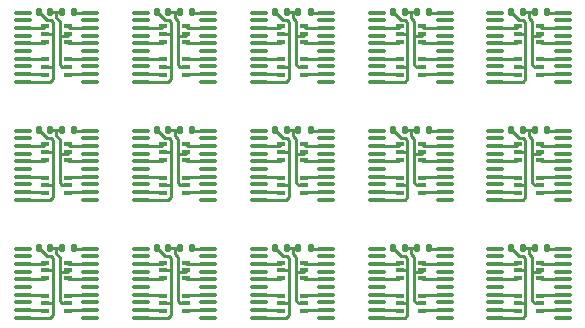
<source format=gbr>
%TF.GenerationSoftware,KiCad,Pcbnew,6.0.9*%
%TF.CreationDate,2023-01-31T22:29:55+01:00*%
%TF.ProjectId,hc245t-bypass-esd-panel,68633234-3574-42d6-9279-706173732d65,${revision}*%
%TF.SameCoordinates,Original*%
%TF.FileFunction,Copper,L1,Top*%
%TF.FilePolarity,Positive*%
%FSLAX46Y46*%
G04 Gerber Fmt 4.6, Leading zero omitted, Abs format (unit mm)*
G04 Created by KiCad (PCBNEW 6.0.9) date 2023-01-31 22:29:55*
%MOMM*%
%LPD*%
G01*
G04 APERTURE LIST*
G04 Aperture macros list*
%AMRoundRect*
0 Rectangle with rounded corners*
0 $1 Rounding radius*
0 $2 $3 $4 $5 $6 $7 $8 $9 X,Y pos of 4 corners*
0 Add a 4 corners polygon primitive as box body*
4,1,4,$2,$3,$4,$5,$6,$7,$8,$9,$2,$3,0*
0 Add four circle primitives for the rounded corners*
1,1,$1+$1,$2,$3*
1,1,$1+$1,$4,$5*
1,1,$1+$1,$6,$7*
1,1,$1+$1,$8,$9*
0 Add four rect primitives between the rounded corners*
20,1,$1+$1,$2,$3,$4,$5,0*
20,1,$1+$1,$4,$5,$6,$7,0*
20,1,$1+$1,$6,$7,$8,$9,0*
20,1,$1+$1,$8,$9,$2,$3,0*%
G04 Aperture macros list end*
%TA.AperFunction,SMDPad,CuDef*%
%ADD10RoundRect,0.140000X0.140000X0.170000X-0.140000X0.170000X-0.140000X-0.170000X0.140000X-0.170000X0*%
%TD*%
%TA.AperFunction,SMDPad,CuDef*%
%ADD11RoundRect,0.135000X0.135000X0.185000X-0.135000X0.185000X-0.135000X-0.185000X0.135000X-0.185000X0*%
%TD*%
%TA.AperFunction,SMDPad,CuDef*%
%ADD12R,0.650000X0.400000*%
%TD*%
%TA.AperFunction,ComponentPad*%
%ADD13RoundRect,0.100000X-0.637500X-0.100000X0.637500X-0.100000X0.637500X0.100000X-0.637500X0.100000X0*%
%TD*%
%TA.AperFunction,Conductor*%
%ADD14C,0.250000*%
%TD*%
G04 APERTURE END LIST*
D10*
%TO.P,C1,1*%
%TO.N,Net-(C1-Pad1)*%
X124480000Y-92000000D03*
%TO.P,C1,2*%
%TO.N,GND*%
X123520000Y-92000000D03*
%TD*%
D11*
%TO.P,R1,1*%
%TO.N,VCC*%
X136510000Y-92000000D03*
%TO.P,R1,2*%
%TO.N,Net-(C1-Pad1)*%
X135490000Y-92000000D03*
%TD*%
D10*
%TO.P,C1,1*%
%TO.N,Net-(C1-Pad1)*%
X114480000Y-92000000D03*
%TO.P,C1,2*%
%TO.N,GND*%
X113520000Y-92000000D03*
%TD*%
%TO.P,C1,1*%
%TO.N,Net-(C1-Pad1)*%
X134480000Y-82000000D03*
%TO.P,C1,2*%
%TO.N,GND*%
X133520000Y-82000000D03*
%TD*%
D12*
%TO.P,U3,1*%
%TO.N,/D5*%
X94050000Y-106050000D03*
%TO.P,U3,2*%
%TO.N,GND*%
X94050000Y-106700000D03*
%TO.P,U3,3*%
%TO.N,/D7*%
X94050000Y-107350000D03*
%TO.P,U3,4*%
%TO.N,/D6*%
X95950000Y-107350000D03*
%TO.P,U3,5*%
%TO.N,Net-(C1-Pad1)*%
X95950000Y-106700000D03*
%TO.P,U3,6*%
%TO.N,/D4*%
X95950000Y-106050000D03*
%TD*%
D11*
%TO.P,R1,1*%
%TO.N,VCC*%
X96510000Y-102000000D03*
%TO.P,R1,2*%
%TO.N,Net-(C1-Pad1)*%
X95490000Y-102000000D03*
%TD*%
%TO.P,R1,1*%
%TO.N,VCC*%
X116510000Y-82000000D03*
%TO.P,R1,2*%
%TO.N,Net-(C1-Pad1)*%
X115490000Y-82000000D03*
%TD*%
D13*
%TO.P,U1,1,A->B*%
%TO.N,unconnected-(U1-Pad1)*%
X102137500Y-82075000D03*
%TO.P,U1,2,A0*%
%TO.N,/D0*%
X102137500Y-82725000D03*
%TO.P,U1,3,A1*%
%TO.N,/D1*%
X102137500Y-83375000D03*
%TO.P,U1,4,A2*%
%TO.N,/D2*%
X102137500Y-84025000D03*
%TO.P,U1,5,A3*%
%TO.N,/D3*%
X102137500Y-84675000D03*
%TO.P,U1,6,A4*%
%TO.N,/D4*%
X102137500Y-85325000D03*
%TO.P,U1,7,A5*%
%TO.N,/D5*%
X102137500Y-85975000D03*
%TO.P,U1,8,A6*%
%TO.N,/D6*%
X102137500Y-86625000D03*
%TO.P,U1,9,A7*%
%TO.N,/D7*%
X102137500Y-87275000D03*
%TO.P,U1,10,GND*%
%TO.N,GND*%
X102137500Y-87925000D03*
%TO.P,U1,11,B7*%
%TO.N,/D7*%
X107862500Y-87925000D03*
%TO.P,U1,12,B6*%
%TO.N,/D6*%
X107862500Y-87275000D03*
%TO.P,U1,13,B5*%
%TO.N,/D5*%
X107862500Y-86625000D03*
%TO.P,U1,14,B4*%
%TO.N,/D4*%
X107862500Y-85975000D03*
%TO.P,U1,15,B3*%
%TO.N,/D3*%
X107862500Y-85325000D03*
%TO.P,U1,16,B2*%
%TO.N,/D2*%
X107862500Y-84675000D03*
%TO.P,U1,17,B1*%
%TO.N,/D1*%
X107862500Y-84025000D03*
%TO.P,U1,18,B0*%
%TO.N,/D0*%
X107862500Y-83375000D03*
%TO.P,U1,19,CE*%
%TO.N,unconnected-(U1-Pad19)*%
X107862500Y-82725000D03*
%TO.P,U1,20,VCC*%
%TO.N,VCC*%
X107862500Y-82075000D03*
%TD*%
D11*
%TO.P,R1,1*%
%TO.N,VCC*%
X136510000Y-102000000D03*
%TO.P,R1,2*%
%TO.N,Net-(C1-Pad1)*%
X135490000Y-102000000D03*
%TD*%
D13*
%TO.P,U1,1,A->B*%
%TO.N,unconnected-(U1-Pad1)*%
X102137500Y-102075000D03*
%TO.P,U1,2,A0*%
%TO.N,/D0*%
X102137500Y-102725000D03*
%TO.P,U1,3,A1*%
%TO.N,/D1*%
X102137500Y-103375000D03*
%TO.P,U1,4,A2*%
%TO.N,/D2*%
X102137500Y-104025000D03*
%TO.P,U1,5,A3*%
%TO.N,/D3*%
X102137500Y-104675000D03*
%TO.P,U1,6,A4*%
%TO.N,/D4*%
X102137500Y-105325000D03*
%TO.P,U1,7,A5*%
%TO.N,/D5*%
X102137500Y-105975000D03*
%TO.P,U1,8,A6*%
%TO.N,/D6*%
X102137500Y-106625000D03*
%TO.P,U1,9,A7*%
%TO.N,/D7*%
X102137500Y-107275000D03*
%TO.P,U1,10,GND*%
%TO.N,GND*%
X102137500Y-107925000D03*
%TO.P,U1,11,B7*%
%TO.N,/D7*%
X107862500Y-107925000D03*
%TO.P,U1,12,B6*%
%TO.N,/D6*%
X107862500Y-107275000D03*
%TO.P,U1,13,B5*%
%TO.N,/D5*%
X107862500Y-106625000D03*
%TO.P,U1,14,B4*%
%TO.N,/D4*%
X107862500Y-105975000D03*
%TO.P,U1,15,B3*%
%TO.N,/D3*%
X107862500Y-105325000D03*
%TO.P,U1,16,B2*%
%TO.N,/D2*%
X107862500Y-104675000D03*
%TO.P,U1,17,B1*%
%TO.N,/D1*%
X107862500Y-104025000D03*
%TO.P,U1,18,B0*%
%TO.N,/D0*%
X107862500Y-103375000D03*
%TO.P,U1,19,CE*%
%TO.N,unconnected-(U1-Pad19)*%
X107862500Y-102725000D03*
%TO.P,U1,20,VCC*%
%TO.N,VCC*%
X107862500Y-102075000D03*
%TD*%
%TO.P,U1,1,A->B*%
%TO.N,unconnected-(U1-Pad1)*%
X122137500Y-82075000D03*
%TO.P,U1,2,A0*%
%TO.N,/D0*%
X122137500Y-82725000D03*
%TO.P,U1,3,A1*%
%TO.N,/D1*%
X122137500Y-83375000D03*
%TO.P,U1,4,A2*%
%TO.N,/D2*%
X122137500Y-84025000D03*
%TO.P,U1,5,A3*%
%TO.N,/D3*%
X122137500Y-84675000D03*
%TO.P,U1,6,A4*%
%TO.N,/D4*%
X122137500Y-85325000D03*
%TO.P,U1,7,A5*%
%TO.N,/D5*%
X122137500Y-85975000D03*
%TO.P,U1,8,A6*%
%TO.N,/D6*%
X122137500Y-86625000D03*
%TO.P,U1,9,A7*%
%TO.N,/D7*%
X122137500Y-87275000D03*
%TO.P,U1,10,GND*%
%TO.N,GND*%
X122137500Y-87925000D03*
%TO.P,U1,11,B7*%
%TO.N,/D7*%
X127862500Y-87925000D03*
%TO.P,U1,12,B6*%
%TO.N,/D6*%
X127862500Y-87275000D03*
%TO.P,U1,13,B5*%
%TO.N,/D5*%
X127862500Y-86625000D03*
%TO.P,U1,14,B4*%
%TO.N,/D4*%
X127862500Y-85975000D03*
%TO.P,U1,15,B3*%
%TO.N,/D3*%
X127862500Y-85325000D03*
%TO.P,U1,16,B2*%
%TO.N,/D2*%
X127862500Y-84675000D03*
%TO.P,U1,17,B1*%
%TO.N,/D1*%
X127862500Y-84025000D03*
%TO.P,U1,18,B0*%
%TO.N,/D0*%
X127862500Y-83375000D03*
%TO.P,U1,19,CE*%
%TO.N,unconnected-(U1-Pad19)*%
X127862500Y-82725000D03*
%TO.P,U1,20,VCC*%
%TO.N,VCC*%
X127862500Y-82075000D03*
%TD*%
D12*
%TO.P,U3,1*%
%TO.N,/D5*%
X94050000Y-86050000D03*
%TO.P,U3,2*%
%TO.N,GND*%
X94050000Y-86700000D03*
%TO.P,U3,3*%
%TO.N,/D7*%
X94050000Y-87350000D03*
%TO.P,U3,4*%
%TO.N,/D6*%
X95950000Y-87350000D03*
%TO.P,U3,5*%
%TO.N,Net-(C1-Pad1)*%
X95950000Y-86700000D03*
%TO.P,U3,6*%
%TO.N,/D4*%
X95950000Y-86050000D03*
%TD*%
D10*
%TO.P,C1,1*%
%TO.N,Net-(C1-Pad1)*%
X104480000Y-92000000D03*
%TO.P,C1,2*%
%TO.N,GND*%
X103520000Y-92000000D03*
%TD*%
%TO.P,C1,1*%
%TO.N,Net-(C1-Pad1)*%
X124480000Y-82000000D03*
%TO.P,C1,2*%
%TO.N,GND*%
X123520000Y-82000000D03*
%TD*%
D12*
%TO.P,U3,1*%
%TO.N,/D5*%
X104050000Y-106050000D03*
%TO.P,U3,2*%
%TO.N,GND*%
X104050000Y-106700000D03*
%TO.P,U3,3*%
%TO.N,/D7*%
X104050000Y-107350000D03*
%TO.P,U3,4*%
%TO.N,/D6*%
X105950000Y-107350000D03*
%TO.P,U3,5*%
%TO.N,Net-(C1-Pad1)*%
X105950000Y-106700000D03*
%TO.P,U3,6*%
%TO.N,/D4*%
X105950000Y-106050000D03*
%TD*%
D11*
%TO.P,R1,1*%
%TO.N,VCC*%
X96510000Y-82000000D03*
%TO.P,R1,2*%
%TO.N,Net-(C1-Pad1)*%
X95490000Y-82000000D03*
%TD*%
D13*
%TO.P,U1,1,A->B*%
%TO.N,unconnected-(U1-Pad1)*%
X92137500Y-82075000D03*
%TO.P,U1,2,A0*%
%TO.N,/D0*%
X92137500Y-82725000D03*
%TO.P,U1,3,A1*%
%TO.N,/D1*%
X92137500Y-83375000D03*
%TO.P,U1,4,A2*%
%TO.N,/D2*%
X92137500Y-84025000D03*
%TO.P,U1,5,A3*%
%TO.N,/D3*%
X92137500Y-84675000D03*
%TO.P,U1,6,A4*%
%TO.N,/D4*%
X92137500Y-85325000D03*
%TO.P,U1,7,A5*%
%TO.N,/D5*%
X92137500Y-85975000D03*
%TO.P,U1,8,A6*%
%TO.N,/D6*%
X92137500Y-86625000D03*
%TO.P,U1,9,A7*%
%TO.N,/D7*%
X92137500Y-87275000D03*
%TO.P,U1,10,GND*%
%TO.N,GND*%
X92137500Y-87925000D03*
%TO.P,U1,11,B7*%
%TO.N,/D7*%
X97862500Y-87925000D03*
%TO.P,U1,12,B6*%
%TO.N,/D6*%
X97862500Y-87275000D03*
%TO.P,U1,13,B5*%
%TO.N,/D5*%
X97862500Y-86625000D03*
%TO.P,U1,14,B4*%
%TO.N,/D4*%
X97862500Y-85975000D03*
%TO.P,U1,15,B3*%
%TO.N,/D3*%
X97862500Y-85325000D03*
%TO.P,U1,16,B2*%
%TO.N,/D2*%
X97862500Y-84675000D03*
%TO.P,U1,17,B1*%
%TO.N,/D1*%
X97862500Y-84025000D03*
%TO.P,U1,18,B0*%
%TO.N,/D0*%
X97862500Y-83375000D03*
%TO.P,U1,19,CE*%
%TO.N,unconnected-(U1-Pad19)*%
X97862500Y-82725000D03*
%TO.P,U1,20,VCC*%
%TO.N,VCC*%
X97862500Y-82075000D03*
%TD*%
D12*
%TO.P,U2,1*%
%TO.N,/D1*%
X124050000Y-83250000D03*
%TO.P,U2,2*%
%TO.N,GND*%
X124050000Y-83900000D03*
%TO.P,U2,3*%
%TO.N,/D3*%
X124050000Y-84550000D03*
%TO.P,U2,4*%
%TO.N,/D2*%
X125950000Y-84550000D03*
%TO.P,U2,5*%
%TO.N,Net-(C1-Pad1)*%
X125950000Y-83900000D03*
%TO.P,U2,6*%
%TO.N,/D0*%
X125950000Y-83250000D03*
%TD*%
D10*
%TO.P,C1,1*%
%TO.N,Net-(C1-Pad1)*%
X114480000Y-82000000D03*
%TO.P,C1,2*%
%TO.N,GND*%
X113520000Y-82000000D03*
%TD*%
D12*
%TO.P,U2,1*%
%TO.N,/D1*%
X114050000Y-93250000D03*
%TO.P,U2,2*%
%TO.N,GND*%
X114050000Y-93900000D03*
%TO.P,U2,3*%
%TO.N,/D3*%
X114050000Y-94550000D03*
%TO.P,U2,4*%
%TO.N,/D2*%
X115950000Y-94550000D03*
%TO.P,U2,5*%
%TO.N,Net-(C1-Pad1)*%
X115950000Y-93900000D03*
%TO.P,U2,6*%
%TO.N,/D0*%
X115950000Y-93250000D03*
%TD*%
%TO.P,U3,1*%
%TO.N,/D5*%
X104050000Y-96050000D03*
%TO.P,U3,2*%
%TO.N,GND*%
X104050000Y-96700000D03*
%TO.P,U3,3*%
%TO.N,/D7*%
X104050000Y-97350000D03*
%TO.P,U3,4*%
%TO.N,/D6*%
X105950000Y-97350000D03*
%TO.P,U3,5*%
%TO.N,Net-(C1-Pad1)*%
X105950000Y-96700000D03*
%TO.P,U3,6*%
%TO.N,/D4*%
X105950000Y-96050000D03*
%TD*%
%TO.P,U3,1*%
%TO.N,/D5*%
X124050000Y-106050000D03*
%TO.P,U3,2*%
%TO.N,GND*%
X124050000Y-106700000D03*
%TO.P,U3,3*%
%TO.N,/D7*%
X124050000Y-107350000D03*
%TO.P,U3,4*%
%TO.N,/D6*%
X125950000Y-107350000D03*
%TO.P,U3,5*%
%TO.N,Net-(C1-Pad1)*%
X125950000Y-106700000D03*
%TO.P,U3,6*%
%TO.N,/D4*%
X125950000Y-106050000D03*
%TD*%
D10*
%TO.P,C1,1*%
%TO.N,Net-(C1-Pad1)*%
X124480000Y-102000000D03*
%TO.P,C1,2*%
%TO.N,GND*%
X123520000Y-102000000D03*
%TD*%
D11*
%TO.P,R1,1*%
%TO.N,VCC*%
X136510000Y-82000000D03*
%TO.P,R1,2*%
%TO.N,Net-(C1-Pad1)*%
X135490000Y-82000000D03*
%TD*%
D12*
%TO.P,U3,1*%
%TO.N,/D5*%
X134050000Y-96050000D03*
%TO.P,U3,2*%
%TO.N,GND*%
X134050000Y-96700000D03*
%TO.P,U3,3*%
%TO.N,/D7*%
X134050000Y-97350000D03*
%TO.P,U3,4*%
%TO.N,/D6*%
X135950000Y-97350000D03*
%TO.P,U3,5*%
%TO.N,Net-(C1-Pad1)*%
X135950000Y-96700000D03*
%TO.P,U3,6*%
%TO.N,/D4*%
X135950000Y-96050000D03*
%TD*%
D10*
%TO.P,C1,1*%
%TO.N,Net-(C1-Pad1)*%
X94480000Y-92000000D03*
%TO.P,C1,2*%
%TO.N,GND*%
X93520000Y-92000000D03*
%TD*%
D13*
%TO.P,U1,1,A->B*%
%TO.N,unconnected-(U1-Pad1)*%
X112137500Y-82075000D03*
%TO.P,U1,2,A0*%
%TO.N,/D0*%
X112137500Y-82725000D03*
%TO.P,U1,3,A1*%
%TO.N,/D1*%
X112137500Y-83375000D03*
%TO.P,U1,4,A2*%
%TO.N,/D2*%
X112137500Y-84025000D03*
%TO.P,U1,5,A3*%
%TO.N,/D3*%
X112137500Y-84675000D03*
%TO.P,U1,6,A4*%
%TO.N,/D4*%
X112137500Y-85325000D03*
%TO.P,U1,7,A5*%
%TO.N,/D5*%
X112137500Y-85975000D03*
%TO.P,U1,8,A6*%
%TO.N,/D6*%
X112137500Y-86625000D03*
%TO.P,U1,9,A7*%
%TO.N,/D7*%
X112137500Y-87275000D03*
%TO.P,U1,10,GND*%
%TO.N,GND*%
X112137500Y-87925000D03*
%TO.P,U1,11,B7*%
%TO.N,/D7*%
X117862500Y-87925000D03*
%TO.P,U1,12,B6*%
%TO.N,/D6*%
X117862500Y-87275000D03*
%TO.P,U1,13,B5*%
%TO.N,/D5*%
X117862500Y-86625000D03*
%TO.P,U1,14,B4*%
%TO.N,/D4*%
X117862500Y-85975000D03*
%TO.P,U1,15,B3*%
%TO.N,/D3*%
X117862500Y-85325000D03*
%TO.P,U1,16,B2*%
%TO.N,/D2*%
X117862500Y-84675000D03*
%TO.P,U1,17,B1*%
%TO.N,/D1*%
X117862500Y-84025000D03*
%TO.P,U1,18,B0*%
%TO.N,/D0*%
X117862500Y-83375000D03*
%TO.P,U1,19,CE*%
%TO.N,unconnected-(U1-Pad19)*%
X117862500Y-82725000D03*
%TO.P,U1,20,VCC*%
%TO.N,VCC*%
X117862500Y-82075000D03*
%TD*%
D10*
%TO.P,C1,1*%
%TO.N,Net-(C1-Pad1)*%
X104480000Y-82000000D03*
%TO.P,C1,2*%
%TO.N,GND*%
X103520000Y-82000000D03*
%TD*%
D12*
%TO.P,U3,1*%
%TO.N,/D5*%
X124050000Y-86050000D03*
%TO.P,U3,2*%
%TO.N,GND*%
X124050000Y-86700000D03*
%TO.P,U3,3*%
%TO.N,/D7*%
X124050000Y-87350000D03*
%TO.P,U3,4*%
%TO.N,/D6*%
X125950000Y-87350000D03*
%TO.P,U3,5*%
%TO.N,Net-(C1-Pad1)*%
X125950000Y-86700000D03*
%TO.P,U3,6*%
%TO.N,/D4*%
X125950000Y-86050000D03*
%TD*%
D13*
%TO.P,U1,1,A->B*%
%TO.N,unconnected-(U1-Pad1)*%
X92137500Y-92075000D03*
%TO.P,U1,2,A0*%
%TO.N,/D0*%
X92137500Y-92725000D03*
%TO.P,U1,3,A1*%
%TO.N,/D1*%
X92137500Y-93375000D03*
%TO.P,U1,4,A2*%
%TO.N,/D2*%
X92137500Y-94025000D03*
%TO.P,U1,5,A3*%
%TO.N,/D3*%
X92137500Y-94675000D03*
%TO.P,U1,6,A4*%
%TO.N,/D4*%
X92137500Y-95325000D03*
%TO.P,U1,7,A5*%
%TO.N,/D5*%
X92137500Y-95975000D03*
%TO.P,U1,8,A6*%
%TO.N,/D6*%
X92137500Y-96625000D03*
%TO.P,U1,9,A7*%
%TO.N,/D7*%
X92137500Y-97275000D03*
%TO.P,U1,10,GND*%
%TO.N,GND*%
X92137500Y-97925000D03*
%TO.P,U1,11,B7*%
%TO.N,/D7*%
X97862500Y-97925000D03*
%TO.P,U1,12,B6*%
%TO.N,/D6*%
X97862500Y-97275000D03*
%TO.P,U1,13,B5*%
%TO.N,/D5*%
X97862500Y-96625000D03*
%TO.P,U1,14,B4*%
%TO.N,/D4*%
X97862500Y-95975000D03*
%TO.P,U1,15,B3*%
%TO.N,/D3*%
X97862500Y-95325000D03*
%TO.P,U1,16,B2*%
%TO.N,/D2*%
X97862500Y-94675000D03*
%TO.P,U1,17,B1*%
%TO.N,/D1*%
X97862500Y-94025000D03*
%TO.P,U1,18,B0*%
%TO.N,/D0*%
X97862500Y-93375000D03*
%TO.P,U1,19,CE*%
%TO.N,unconnected-(U1-Pad19)*%
X97862500Y-92725000D03*
%TO.P,U1,20,VCC*%
%TO.N,VCC*%
X97862500Y-92075000D03*
%TD*%
D12*
%TO.P,U3,1*%
%TO.N,/D5*%
X94050000Y-96050000D03*
%TO.P,U3,2*%
%TO.N,GND*%
X94050000Y-96700000D03*
%TO.P,U3,3*%
%TO.N,/D7*%
X94050000Y-97350000D03*
%TO.P,U3,4*%
%TO.N,/D6*%
X95950000Y-97350000D03*
%TO.P,U3,5*%
%TO.N,Net-(C1-Pad1)*%
X95950000Y-96700000D03*
%TO.P,U3,6*%
%TO.N,/D4*%
X95950000Y-96050000D03*
%TD*%
%TO.P,U2,1*%
%TO.N,/D1*%
X134050000Y-93250000D03*
%TO.P,U2,2*%
%TO.N,GND*%
X134050000Y-93900000D03*
%TO.P,U2,3*%
%TO.N,/D3*%
X134050000Y-94550000D03*
%TO.P,U2,4*%
%TO.N,/D2*%
X135950000Y-94550000D03*
%TO.P,U2,5*%
%TO.N,Net-(C1-Pad1)*%
X135950000Y-93900000D03*
%TO.P,U2,6*%
%TO.N,/D0*%
X135950000Y-93250000D03*
%TD*%
D13*
%TO.P,U1,1,A->B*%
%TO.N,unconnected-(U1-Pad1)*%
X112137500Y-102075000D03*
%TO.P,U1,2,A0*%
%TO.N,/D0*%
X112137500Y-102725000D03*
%TO.P,U1,3,A1*%
%TO.N,/D1*%
X112137500Y-103375000D03*
%TO.P,U1,4,A2*%
%TO.N,/D2*%
X112137500Y-104025000D03*
%TO.P,U1,5,A3*%
%TO.N,/D3*%
X112137500Y-104675000D03*
%TO.P,U1,6,A4*%
%TO.N,/D4*%
X112137500Y-105325000D03*
%TO.P,U1,7,A5*%
%TO.N,/D5*%
X112137500Y-105975000D03*
%TO.P,U1,8,A6*%
%TO.N,/D6*%
X112137500Y-106625000D03*
%TO.P,U1,9,A7*%
%TO.N,/D7*%
X112137500Y-107275000D03*
%TO.P,U1,10,GND*%
%TO.N,GND*%
X112137500Y-107925000D03*
%TO.P,U1,11,B7*%
%TO.N,/D7*%
X117862500Y-107925000D03*
%TO.P,U1,12,B6*%
%TO.N,/D6*%
X117862500Y-107275000D03*
%TO.P,U1,13,B5*%
%TO.N,/D5*%
X117862500Y-106625000D03*
%TO.P,U1,14,B4*%
%TO.N,/D4*%
X117862500Y-105975000D03*
%TO.P,U1,15,B3*%
%TO.N,/D3*%
X117862500Y-105325000D03*
%TO.P,U1,16,B2*%
%TO.N,/D2*%
X117862500Y-104675000D03*
%TO.P,U1,17,B1*%
%TO.N,/D1*%
X117862500Y-104025000D03*
%TO.P,U1,18,B0*%
%TO.N,/D0*%
X117862500Y-103375000D03*
%TO.P,U1,19,CE*%
%TO.N,unconnected-(U1-Pad19)*%
X117862500Y-102725000D03*
%TO.P,U1,20,VCC*%
%TO.N,VCC*%
X117862500Y-102075000D03*
%TD*%
D11*
%TO.P,R1,1*%
%TO.N,VCC*%
X106510000Y-92000000D03*
%TO.P,R1,2*%
%TO.N,Net-(C1-Pad1)*%
X105490000Y-92000000D03*
%TD*%
%TO.P,R1,1*%
%TO.N,VCC*%
X96510000Y-92000000D03*
%TO.P,R1,2*%
%TO.N,Net-(C1-Pad1)*%
X95490000Y-92000000D03*
%TD*%
D12*
%TO.P,U2,1*%
%TO.N,/D1*%
X94050000Y-103250000D03*
%TO.P,U2,2*%
%TO.N,GND*%
X94050000Y-103900000D03*
%TO.P,U2,3*%
%TO.N,/D3*%
X94050000Y-104550000D03*
%TO.P,U2,4*%
%TO.N,/D2*%
X95950000Y-104550000D03*
%TO.P,U2,5*%
%TO.N,Net-(C1-Pad1)*%
X95950000Y-103900000D03*
%TO.P,U2,6*%
%TO.N,/D0*%
X95950000Y-103250000D03*
%TD*%
%TO.P,U2,1*%
%TO.N,/D1*%
X114050000Y-83250000D03*
%TO.P,U2,2*%
%TO.N,GND*%
X114050000Y-83900000D03*
%TO.P,U2,3*%
%TO.N,/D3*%
X114050000Y-84550000D03*
%TO.P,U2,4*%
%TO.N,/D2*%
X115950000Y-84550000D03*
%TO.P,U2,5*%
%TO.N,Net-(C1-Pad1)*%
X115950000Y-83900000D03*
%TO.P,U2,6*%
%TO.N,/D0*%
X115950000Y-83250000D03*
%TD*%
D10*
%TO.P,C1,1*%
%TO.N,Net-(C1-Pad1)*%
X94480000Y-102000000D03*
%TO.P,C1,2*%
%TO.N,GND*%
X93520000Y-102000000D03*
%TD*%
D12*
%TO.P,U3,1*%
%TO.N,/D5*%
X104050000Y-86050000D03*
%TO.P,U3,2*%
%TO.N,GND*%
X104050000Y-86700000D03*
%TO.P,U3,3*%
%TO.N,/D7*%
X104050000Y-87350000D03*
%TO.P,U3,4*%
%TO.N,/D6*%
X105950000Y-87350000D03*
%TO.P,U3,5*%
%TO.N,Net-(C1-Pad1)*%
X105950000Y-86700000D03*
%TO.P,U3,6*%
%TO.N,/D4*%
X105950000Y-86050000D03*
%TD*%
D11*
%TO.P,R1,1*%
%TO.N,VCC*%
X106510000Y-82000000D03*
%TO.P,R1,2*%
%TO.N,Net-(C1-Pad1)*%
X105490000Y-82000000D03*
%TD*%
D10*
%TO.P,C1,1*%
%TO.N,Net-(C1-Pad1)*%
X134480000Y-92000000D03*
%TO.P,C1,2*%
%TO.N,GND*%
X133520000Y-92000000D03*
%TD*%
D12*
%TO.P,U3,1*%
%TO.N,/D5*%
X134050000Y-86050000D03*
%TO.P,U3,2*%
%TO.N,GND*%
X134050000Y-86700000D03*
%TO.P,U3,3*%
%TO.N,/D7*%
X134050000Y-87350000D03*
%TO.P,U3,4*%
%TO.N,/D6*%
X135950000Y-87350000D03*
%TO.P,U3,5*%
%TO.N,Net-(C1-Pad1)*%
X135950000Y-86700000D03*
%TO.P,U3,6*%
%TO.N,/D4*%
X135950000Y-86050000D03*
%TD*%
D11*
%TO.P,R1,1*%
%TO.N,VCC*%
X126510000Y-102000000D03*
%TO.P,R1,2*%
%TO.N,Net-(C1-Pad1)*%
X125490000Y-102000000D03*
%TD*%
D12*
%TO.P,U3,1*%
%TO.N,/D5*%
X124050000Y-96050000D03*
%TO.P,U3,2*%
%TO.N,GND*%
X124050000Y-96700000D03*
%TO.P,U3,3*%
%TO.N,/D7*%
X124050000Y-97350000D03*
%TO.P,U3,4*%
%TO.N,/D6*%
X125950000Y-97350000D03*
%TO.P,U3,5*%
%TO.N,Net-(C1-Pad1)*%
X125950000Y-96700000D03*
%TO.P,U3,6*%
%TO.N,/D4*%
X125950000Y-96050000D03*
%TD*%
D11*
%TO.P,R1,1*%
%TO.N,VCC*%
X106510000Y-102000000D03*
%TO.P,R1,2*%
%TO.N,Net-(C1-Pad1)*%
X105490000Y-102000000D03*
%TD*%
%TO.P,R1,1*%
%TO.N,VCC*%
X126510000Y-92000000D03*
%TO.P,R1,2*%
%TO.N,Net-(C1-Pad1)*%
X125490000Y-92000000D03*
%TD*%
D10*
%TO.P,C1,1*%
%TO.N,Net-(C1-Pad1)*%
X104480000Y-102000000D03*
%TO.P,C1,2*%
%TO.N,GND*%
X103520000Y-102000000D03*
%TD*%
%TO.P,C1,1*%
%TO.N,Net-(C1-Pad1)*%
X134480000Y-102000000D03*
%TO.P,C1,2*%
%TO.N,GND*%
X133520000Y-102000000D03*
%TD*%
D12*
%TO.P,U2,1*%
%TO.N,/D1*%
X104050000Y-83250000D03*
%TO.P,U2,2*%
%TO.N,GND*%
X104050000Y-83900000D03*
%TO.P,U2,3*%
%TO.N,/D3*%
X104050000Y-84550000D03*
%TO.P,U2,4*%
%TO.N,/D2*%
X105950000Y-84550000D03*
%TO.P,U2,5*%
%TO.N,Net-(C1-Pad1)*%
X105950000Y-83900000D03*
%TO.P,U2,6*%
%TO.N,/D0*%
X105950000Y-83250000D03*
%TD*%
D13*
%TO.P,U1,1,A->B*%
%TO.N,unconnected-(U1-Pad1)*%
X132137500Y-92075000D03*
%TO.P,U1,2,A0*%
%TO.N,/D0*%
X132137500Y-92725000D03*
%TO.P,U1,3,A1*%
%TO.N,/D1*%
X132137500Y-93375000D03*
%TO.P,U1,4,A2*%
%TO.N,/D2*%
X132137500Y-94025000D03*
%TO.P,U1,5,A3*%
%TO.N,/D3*%
X132137500Y-94675000D03*
%TO.P,U1,6,A4*%
%TO.N,/D4*%
X132137500Y-95325000D03*
%TO.P,U1,7,A5*%
%TO.N,/D5*%
X132137500Y-95975000D03*
%TO.P,U1,8,A6*%
%TO.N,/D6*%
X132137500Y-96625000D03*
%TO.P,U1,9,A7*%
%TO.N,/D7*%
X132137500Y-97275000D03*
%TO.P,U1,10,GND*%
%TO.N,GND*%
X132137500Y-97925000D03*
%TO.P,U1,11,B7*%
%TO.N,/D7*%
X137862500Y-97925000D03*
%TO.P,U1,12,B6*%
%TO.N,/D6*%
X137862500Y-97275000D03*
%TO.P,U1,13,B5*%
%TO.N,/D5*%
X137862500Y-96625000D03*
%TO.P,U1,14,B4*%
%TO.N,/D4*%
X137862500Y-95975000D03*
%TO.P,U1,15,B3*%
%TO.N,/D3*%
X137862500Y-95325000D03*
%TO.P,U1,16,B2*%
%TO.N,/D2*%
X137862500Y-94675000D03*
%TO.P,U1,17,B1*%
%TO.N,/D1*%
X137862500Y-94025000D03*
%TO.P,U1,18,B0*%
%TO.N,/D0*%
X137862500Y-93375000D03*
%TO.P,U1,19,CE*%
%TO.N,unconnected-(U1-Pad19)*%
X137862500Y-92725000D03*
%TO.P,U1,20,VCC*%
%TO.N,VCC*%
X137862500Y-92075000D03*
%TD*%
D11*
%TO.P,R1,1*%
%TO.N,VCC*%
X116510000Y-92000000D03*
%TO.P,R1,2*%
%TO.N,Net-(C1-Pad1)*%
X115490000Y-92000000D03*
%TD*%
D12*
%TO.P,U2,1*%
%TO.N,/D1*%
X94050000Y-93250000D03*
%TO.P,U2,2*%
%TO.N,GND*%
X94050000Y-93900000D03*
%TO.P,U2,3*%
%TO.N,/D3*%
X94050000Y-94550000D03*
%TO.P,U2,4*%
%TO.N,/D2*%
X95950000Y-94550000D03*
%TO.P,U2,5*%
%TO.N,Net-(C1-Pad1)*%
X95950000Y-93900000D03*
%TO.P,U2,6*%
%TO.N,/D0*%
X95950000Y-93250000D03*
%TD*%
%TO.P,U2,1*%
%TO.N,/D1*%
X124050000Y-93250000D03*
%TO.P,U2,2*%
%TO.N,GND*%
X124050000Y-93900000D03*
%TO.P,U2,3*%
%TO.N,/D3*%
X124050000Y-94550000D03*
%TO.P,U2,4*%
%TO.N,/D2*%
X125950000Y-94550000D03*
%TO.P,U2,5*%
%TO.N,Net-(C1-Pad1)*%
X125950000Y-93900000D03*
%TO.P,U2,6*%
%TO.N,/D0*%
X125950000Y-93250000D03*
%TD*%
%TO.P,U2,1*%
%TO.N,/D1*%
X114050000Y-103250000D03*
%TO.P,U2,2*%
%TO.N,GND*%
X114050000Y-103900000D03*
%TO.P,U2,3*%
%TO.N,/D3*%
X114050000Y-104550000D03*
%TO.P,U2,4*%
%TO.N,/D2*%
X115950000Y-104550000D03*
%TO.P,U2,5*%
%TO.N,Net-(C1-Pad1)*%
X115950000Y-103900000D03*
%TO.P,U2,6*%
%TO.N,/D0*%
X115950000Y-103250000D03*
%TD*%
%TO.P,U2,1*%
%TO.N,/D1*%
X94050000Y-83250000D03*
%TO.P,U2,2*%
%TO.N,GND*%
X94050000Y-83900000D03*
%TO.P,U2,3*%
%TO.N,/D3*%
X94050000Y-84550000D03*
%TO.P,U2,4*%
%TO.N,/D2*%
X95950000Y-84550000D03*
%TO.P,U2,5*%
%TO.N,Net-(C1-Pad1)*%
X95950000Y-83900000D03*
%TO.P,U2,6*%
%TO.N,/D0*%
X95950000Y-83250000D03*
%TD*%
D13*
%TO.P,U1,1,A->B*%
%TO.N,unconnected-(U1-Pad1)*%
X132137500Y-102075000D03*
%TO.P,U1,2,A0*%
%TO.N,/D0*%
X132137500Y-102725000D03*
%TO.P,U1,3,A1*%
%TO.N,/D1*%
X132137500Y-103375000D03*
%TO.P,U1,4,A2*%
%TO.N,/D2*%
X132137500Y-104025000D03*
%TO.P,U1,5,A3*%
%TO.N,/D3*%
X132137500Y-104675000D03*
%TO.P,U1,6,A4*%
%TO.N,/D4*%
X132137500Y-105325000D03*
%TO.P,U1,7,A5*%
%TO.N,/D5*%
X132137500Y-105975000D03*
%TO.P,U1,8,A6*%
%TO.N,/D6*%
X132137500Y-106625000D03*
%TO.P,U1,9,A7*%
%TO.N,/D7*%
X132137500Y-107275000D03*
%TO.P,U1,10,GND*%
%TO.N,GND*%
X132137500Y-107925000D03*
%TO.P,U1,11,B7*%
%TO.N,/D7*%
X137862500Y-107925000D03*
%TO.P,U1,12,B6*%
%TO.N,/D6*%
X137862500Y-107275000D03*
%TO.P,U1,13,B5*%
%TO.N,/D5*%
X137862500Y-106625000D03*
%TO.P,U1,14,B4*%
%TO.N,/D4*%
X137862500Y-105975000D03*
%TO.P,U1,15,B3*%
%TO.N,/D3*%
X137862500Y-105325000D03*
%TO.P,U1,16,B2*%
%TO.N,/D2*%
X137862500Y-104675000D03*
%TO.P,U1,17,B1*%
%TO.N,/D1*%
X137862500Y-104025000D03*
%TO.P,U1,18,B0*%
%TO.N,/D0*%
X137862500Y-103375000D03*
%TO.P,U1,19,CE*%
%TO.N,unconnected-(U1-Pad19)*%
X137862500Y-102725000D03*
%TO.P,U1,20,VCC*%
%TO.N,VCC*%
X137862500Y-102075000D03*
%TD*%
%TO.P,U1,1,A->B*%
%TO.N,unconnected-(U1-Pad1)*%
X122137500Y-102075000D03*
%TO.P,U1,2,A0*%
%TO.N,/D0*%
X122137500Y-102725000D03*
%TO.P,U1,3,A1*%
%TO.N,/D1*%
X122137500Y-103375000D03*
%TO.P,U1,4,A2*%
%TO.N,/D2*%
X122137500Y-104025000D03*
%TO.P,U1,5,A3*%
%TO.N,/D3*%
X122137500Y-104675000D03*
%TO.P,U1,6,A4*%
%TO.N,/D4*%
X122137500Y-105325000D03*
%TO.P,U1,7,A5*%
%TO.N,/D5*%
X122137500Y-105975000D03*
%TO.P,U1,8,A6*%
%TO.N,/D6*%
X122137500Y-106625000D03*
%TO.P,U1,9,A7*%
%TO.N,/D7*%
X122137500Y-107275000D03*
%TO.P,U1,10,GND*%
%TO.N,GND*%
X122137500Y-107925000D03*
%TO.P,U1,11,B7*%
%TO.N,/D7*%
X127862500Y-107925000D03*
%TO.P,U1,12,B6*%
%TO.N,/D6*%
X127862500Y-107275000D03*
%TO.P,U1,13,B5*%
%TO.N,/D5*%
X127862500Y-106625000D03*
%TO.P,U1,14,B4*%
%TO.N,/D4*%
X127862500Y-105975000D03*
%TO.P,U1,15,B3*%
%TO.N,/D3*%
X127862500Y-105325000D03*
%TO.P,U1,16,B2*%
%TO.N,/D2*%
X127862500Y-104675000D03*
%TO.P,U1,17,B1*%
%TO.N,/D1*%
X127862500Y-104025000D03*
%TO.P,U1,18,B0*%
%TO.N,/D0*%
X127862500Y-103375000D03*
%TO.P,U1,19,CE*%
%TO.N,unconnected-(U1-Pad19)*%
X127862500Y-102725000D03*
%TO.P,U1,20,VCC*%
%TO.N,VCC*%
X127862500Y-102075000D03*
%TD*%
%TO.P,U1,1,A->B*%
%TO.N,unconnected-(U1-Pad1)*%
X122137500Y-92075000D03*
%TO.P,U1,2,A0*%
%TO.N,/D0*%
X122137500Y-92725000D03*
%TO.P,U1,3,A1*%
%TO.N,/D1*%
X122137500Y-93375000D03*
%TO.P,U1,4,A2*%
%TO.N,/D2*%
X122137500Y-94025000D03*
%TO.P,U1,5,A3*%
%TO.N,/D3*%
X122137500Y-94675000D03*
%TO.P,U1,6,A4*%
%TO.N,/D4*%
X122137500Y-95325000D03*
%TO.P,U1,7,A5*%
%TO.N,/D5*%
X122137500Y-95975000D03*
%TO.P,U1,8,A6*%
%TO.N,/D6*%
X122137500Y-96625000D03*
%TO.P,U1,9,A7*%
%TO.N,/D7*%
X122137500Y-97275000D03*
%TO.P,U1,10,GND*%
%TO.N,GND*%
X122137500Y-97925000D03*
%TO.P,U1,11,B7*%
%TO.N,/D7*%
X127862500Y-97925000D03*
%TO.P,U1,12,B6*%
%TO.N,/D6*%
X127862500Y-97275000D03*
%TO.P,U1,13,B5*%
%TO.N,/D5*%
X127862500Y-96625000D03*
%TO.P,U1,14,B4*%
%TO.N,/D4*%
X127862500Y-95975000D03*
%TO.P,U1,15,B3*%
%TO.N,/D3*%
X127862500Y-95325000D03*
%TO.P,U1,16,B2*%
%TO.N,/D2*%
X127862500Y-94675000D03*
%TO.P,U1,17,B1*%
%TO.N,/D1*%
X127862500Y-94025000D03*
%TO.P,U1,18,B0*%
%TO.N,/D0*%
X127862500Y-93375000D03*
%TO.P,U1,19,CE*%
%TO.N,unconnected-(U1-Pad19)*%
X127862500Y-92725000D03*
%TO.P,U1,20,VCC*%
%TO.N,VCC*%
X127862500Y-92075000D03*
%TD*%
D12*
%TO.P,U3,1*%
%TO.N,/D5*%
X114050000Y-86050000D03*
%TO.P,U3,2*%
%TO.N,GND*%
X114050000Y-86700000D03*
%TO.P,U3,3*%
%TO.N,/D7*%
X114050000Y-87350000D03*
%TO.P,U3,4*%
%TO.N,/D6*%
X115950000Y-87350000D03*
%TO.P,U3,5*%
%TO.N,Net-(C1-Pad1)*%
X115950000Y-86700000D03*
%TO.P,U3,6*%
%TO.N,/D4*%
X115950000Y-86050000D03*
%TD*%
%TO.P,U3,1*%
%TO.N,/D5*%
X114050000Y-96050000D03*
%TO.P,U3,2*%
%TO.N,GND*%
X114050000Y-96700000D03*
%TO.P,U3,3*%
%TO.N,/D7*%
X114050000Y-97350000D03*
%TO.P,U3,4*%
%TO.N,/D6*%
X115950000Y-97350000D03*
%TO.P,U3,5*%
%TO.N,Net-(C1-Pad1)*%
X115950000Y-96700000D03*
%TO.P,U3,6*%
%TO.N,/D4*%
X115950000Y-96050000D03*
%TD*%
%TO.P,U3,1*%
%TO.N,/D5*%
X114050000Y-106050000D03*
%TO.P,U3,2*%
%TO.N,GND*%
X114050000Y-106700000D03*
%TO.P,U3,3*%
%TO.N,/D7*%
X114050000Y-107350000D03*
%TO.P,U3,4*%
%TO.N,/D6*%
X115950000Y-107350000D03*
%TO.P,U3,5*%
%TO.N,Net-(C1-Pad1)*%
X115950000Y-106700000D03*
%TO.P,U3,6*%
%TO.N,/D4*%
X115950000Y-106050000D03*
%TD*%
D13*
%TO.P,U1,1,A->B*%
%TO.N,unconnected-(U1-Pad1)*%
X92137500Y-102075000D03*
%TO.P,U1,2,A0*%
%TO.N,/D0*%
X92137500Y-102725000D03*
%TO.P,U1,3,A1*%
%TO.N,/D1*%
X92137500Y-103375000D03*
%TO.P,U1,4,A2*%
%TO.N,/D2*%
X92137500Y-104025000D03*
%TO.P,U1,5,A3*%
%TO.N,/D3*%
X92137500Y-104675000D03*
%TO.P,U1,6,A4*%
%TO.N,/D4*%
X92137500Y-105325000D03*
%TO.P,U1,7,A5*%
%TO.N,/D5*%
X92137500Y-105975000D03*
%TO.P,U1,8,A6*%
%TO.N,/D6*%
X92137500Y-106625000D03*
%TO.P,U1,9,A7*%
%TO.N,/D7*%
X92137500Y-107275000D03*
%TO.P,U1,10,GND*%
%TO.N,GND*%
X92137500Y-107925000D03*
%TO.P,U1,11,B7*%
%TO.N,/D7*%
X97862500Y-107925000D03*
%TO.P,U1,12,B6*%
%TO.N,/D6*%
X97862500Y-107275000D03*
%TO.P,U1,13,B5*%
%TO.N,/D5*%
X97862500Y-106625000D03*
%TO.P,U1,14,B4*%
%TO.N,/D4*%
X97862500Y-105975000D03*
%TO.P,U1,15,B3*%
%TO.N,/D3*%
X97862500Y-105325000D03*
%TO.P,U1,16,B2*%
%TO.N,/D2*%
X97862500Y-104675000D03*
%TO.P,U1,17,B1*%
%TO.N,/D1*%
X97862500Y-104025000D03*
%TO.P,U1,18,B0*%
%TO.N,/D0*%
X97862500Y-103375000D03*
%TO.P,U1,19,CE*%
%TO.N,unconnected-(U1-Pad19)*%
X97862500Y-102725000D03*
%TO.P,U1,20,VCC*%
%TO.N,VCC*%
X97862500Y-102075000D03*
%TD*%
D12*
%TO.P,U2,1*%
%TO.N,/D1*%
X124050000Y-103250000D03*
%TO.P,U2,2*%
%TO.N,GND*%
X124050000Y-103900000D03*
%TO.P,U2,3*%
%TO.N,/D3*%
X124050000Y-104550000D03*
%TO.P,U2,4*%
%TO.N,/D2*%
X125950000Y-104550000D03*
%TO.P,U2,5*%
%TO.N,Net-(C1-Pad1)*%
X125950000Y-103900000D03*
%TO.P,U2,6*%
%TO.N,/D0*%
X125950000Y-103250000D03*
%TD*%
%TO.P,U2,1*%
%TO.N,/D1*%
X134050000Y-83250000D03*
%TO.P,U2,2*%
%TO.N,GND*%
X134050000Y-83900000D03*
%TO.P,U2,3*%
%TO.N,/D3*%
X134050000Y-84550000D03*
%TO.P,U2,4*%
%TO.N,/D2*%
X135950000Y-84550000D03*
%TO.P,U2,5*%
%TO.N,Net-(C1-Pad1)*%
X135950000Y-83900000D03*
%TO.P,U2,6*%
%TO.N,/D0*%
X135950000Y-83250000D03*
%TD*%
%TO.P,U2,1*%
%TO.N,/D1*%
X104050000Y-103250000D03*
%TO.P,U2,2*%
%TO.N,GND*%
X104050000Y-103900000D03*
%TO.P,U2,3*%
%TO.N,/D3*%
X104050000Y-104550000D03*
%TO.P,U2,4*%
%TO.N,/D2*%
X105950000Y-104550000D03*
%TO.P,U2,5*%
%TO.N,Net-(C1-Pad1)*%
X105950000Y-103900000D03*
%TO.P,U2,6*%
%TO.N,/D0*%
X105950000Y-103250000D03*
%TD*%
D13*
%TO.P,U1,1,A->B*%
%TO.N,unconnected-(U1-Pad1)*%
X102137500Y-92075000D03*
%TO.P,U1,2,A0*%
%TO.N,/D0*%
X102137500Y-92725000D03*
%TO.P,U1,3,A1*%
%TO.N,/D1*%
X102137500Y-93375000D03*
%TO.P,U1,4,A2*%
%TO.N,/D2*%
X102137500Y-94025000D03*
%TO.P,U1,5,A3*%
%TO.N,/D3*%
X102137500Y-94675000D03*
%TO.P,U1,6,A4*%
%TO.N,/D4*%
X102137500Y-95325000D03*
%TO.P,U1,7,A5*%
%TO.N,/D5*%
X102137500Y-95975000D03*
%TO.P,U1,8,A6*%
%TO.N,/D6*%
X102137500Y-96625000D03*
%TO.P,U1,9,A7*%
%TO.N,/D7*%
X102137500Y-97275000D03*
%TO.P,U1,10,GND*%
%TO.N,GND*%
X102137500Y-97925000D03*
%TO.P,U1,11,B7*%
%TO.N,/D7*%
X107862500Y-97925000D03*
%TO.P,U1,12,B6*%
%TO.N,/D6*%
X107862500Y-97275000D03*
%TO.P,U1,13,B5*%
%TO.N,/D5*%
X107862500Y-96625000D03*
%TO.P,U1,14,B4*%
%TO.N,/D4*%
X107862500Y-95975000D03*
%TO.P,U1,15,B3*%
%TO.N,/D3*%
X107862500Y-95325000D03*
%TO.P,U1,16,B2*%
%TO.N,/D2*%
X107862500Y-94675000D03*
%TO.P,U1,17,B1*%
%TO.N,/D1*%
X107862500Y-94025000D03*
%TO.P,U1,18,B0*%
%TO.N,/D0*%
X107862500Y-93375000D03*
%TO.P,U1,19,CE*%
%TO.N,unconnected-(U1-Pad19)*%
X107862500Y-92725000D03*
%TO.P,U1,20,VCC*%
%TO.N,VCC*%
X107862500Y-92075000D03*
%TD*%
D12*
%TO.P,U2,1*%
%TO.N,/D1*%
X104050000Y-93250000D03*
%TO.P,U2,2*%
%TO.N,GND*%
X104050000Y-93900000D03*
%TO.P,U2,3*%
%TO.N,/D3*%
X104050000Y-94550000D03*
%TO.P,U2,4*%
%TO.N,/D2*%
X105950000Y-94550000D03*
%TO.P,U2,5*%
%TO.N,Net-(C1-Pad1)*%
X105950000Y-93900000D03*
%TO.P,U2,6*%
%TO.N,/D0*%
X105950000Y-93250000D03*
%TD*%
D11*
%TO.P,R1,1*%
%TO.N,VCC*%
X126510000Y-82000000D03*
%TO.P,R1,2*%
%TO.N,Net-(C1-Pad1)*%
X125490000Y-82000000D03*
%TD*%
D10*
%TO.P,C1,1*%
%TO.N,Net-(C1-Pad1)*%
X114480000Y-102000000D03*
%TO.P,C1,2*%
%TO.N,GND*%
X113520000Y-102000000D03*
%TD*%
D11*
%TO.P,R1,1*%
%TO.N,VCC*%
X116510000Y-102000000D03*
%TO.P,R1,2*%
%TO.N,Net-(C1-Pad1)*%
X115490000Y-102000000D03*
%TD*%
D13*
%TO.P,U1,1,A->B*%
%TO.N,unconnected-(U1-Pad1)*%
X112137500Y-92075000D03*
%TO.P,U1,2,A0*%
%TO.N,/D0*%
X112137500Y-92725000D03*
%TO.P,U1,3,A1*%
%TO.N,/D1*%
X112137500Y-93375000D03*
%TO.P,U1,4,A2*%
%TO.N,/D2*%
X112137500Y-94025000D03*
%TO.P,U1,5,A3*%
%TO.N,/D3*%
X112137500Y-94675000D03*
%TO.P,U1,6,A4*%
%TO.N,/D4*%
X112137500Y-95325000D03*
%TO.P,U1,7,A5*%
%TO.N,/D5*%
X112137500Y-95975000D03*
%TO.P,U1,8,A6*%
%TO.N,/D6*%
X112137500Y-96625000D03*
%TO.P,U1,9,A7*%
%TO.N,/D7*%
X112137500Y-97275000D03*
%TO.P,U1,10,GND*%
%TO.N,GND*%
X112137500Y-97925000D03*
%TO.P,U1,11,B7*%
%TO.N,/D7*%
X117862500Y-97925000D03*
%TO.P,U1,12,B6*%
%TO.N,/D6*%
X117862500Y-97275000D03*
%TO.P,U1,13,B5*%
%TO.N,/D5*%
X117862500Y-96625000D03*
%TO.P,U1,14,B4*%
%TO.N,/D4*%
X117862500Y-95975000D03*
%TO.P,U1,15,B3*%
%TO.N,/D3*%
X117862500Y-95325000D03*
%TO.P,U1,16,B2*%
%TO.N,/D2*%
X117862500Y-94675000D03*
%TO.P,U1,17,B1*%
%TO.N,/D1*%
X117862500Y-94025000D03*
%TO.P,U1,18,B0*%
%TO.N,/D0*%
X117862500Y-93375000D03*
%TO.P,U1,19,CE*%
%TO.N,unconnected-(U1-Pad19)*%
X117862500Y-92725000D03*
%TO.P,U1,20,VCC*%
%TO.N,VCC*%
X117862500Y-92075000D03*
%TD*%
D12*
%TO.P,U2,1*%
%TO.N,/D1*%
X134050000Y-103250000D03*
%TO.P,U2,2*%
%TO.N,GND*%
X134050000Y-103900000D03*
%TO.P,U2,3*%
%TO.N,/D3*%
X134050000Y-104550000D03*
%TO.P,U2,4*%
%TO.N,/D2*%
X135950000Y-104550000D03*
%TO.P,U2,5*%
%TO.N,Net-(C1-Pad1)*%
X135950000Y-103900000D03*
%TO.P,U2,6*%
%TO.N,/D0*%
X135950000Y-103250000D03*
%TD*%
%TO.P,U3,1*%
%TO.N,/D5*%
X134050000Y-106050000D03*
%TO.P,U3,2*%
%TO.N,GND*%
X134050000Y-106700000D03*
%TO.P,U3,3*%
%TO.N,/D7*%
X134050000Y-107350000D03*
%TO.P,U3,4*%
%TO.N,/D6*%
X135950000Y-107350000D03*
%TO.P,U3,5*%
%TO.N,Net-(C1-Pad1)*%
X135950000Y-106700000D03*
%TO.P,U3,6*%
%TO.N,/D4*%
X135950000Y-106050000D03*
%TD*%
D13*
%TO.P,U1,1,A->B*%
%TO.N,unconnected-(U1-Pad1)*%
X132137500Y-82075000D03*
%TO.P,U1,2,A0*%
%TO.N,/D0*%
X132137500Y-82725000D03*
%TO.P,U1,3,A1*%
%TO.N,/D1*%
X132137500Y-83375000D03*
%TO.P,U1,4,A2*%
%TO.N,/D2*%
X132137500Y-84025000D03*
%TO.P,U1,5,A3*%
%TO.N,/D3*%
X132137500Y-84675000D03*
%TO.P,U1,6,A4*%
%TO.N,/D4*%
X132137500Y-85325000D03*
%TO.P,U1,7,A5*%
%TO.N,/D5*%
X132137500Y-85975000D03*
%TO.P,U1,8,A6*%
%TO.N,/D6*%
X132137500Y-86625000D03*
%TO.P,U1,9,A7*%
%TO.N,/D7*%
X132137500Y-87275000D03*
%TO.P,U1,10,GND*%
%TO.N,GND*%
X132137500Y-87925000D03*
%TO.P,U1,11,B7*%
%TO.N,/D7*%
X137862500Y-87925000D03*
%TO.P,U1,12,B6*%
%TO.N,/D6*%
X137862500Y-87275000D03*
%TO.P,U1,13,B5*%
%TO.N,/D5*%
X137862500Y-86625000D03*
%TO.P,U1,14,B4*%
%TO.N,/D4*%
X137862500Y-85975000D03*
%TO.P,U1,15,B3*%
%TO.N,/D3*%
X137862500Y-85325000D03*
%TO.P,U1,16,B2*%
%TO.N,/D2*%
X137862500Y-84675000D03*
%TO.P,U1,17,B1*%
%TO.N,/D1*%
X137862500Y-84025000D03*
%TO.P,U1,18,B0*%
%TO.N,/D0*%
X137862500Y-83375000D03*
%TO.P,U1,19,CE*%
%TO.N,unconnected-(U1-Pad19)*%
X137862500Y-82725000D03*
%TO.P,U1,20,VCC*%
%TO.N,VCC*%
X137862500Y-82075000D03*
%TD*%
D10*
%TO.P,C1,1*%
%TO.N,Net-(C1-Pad1)*%
X94480000Y-82000000D03*
%TO.P,C1,2*%
%TO.N,GND*%
X93520000Y-82000000D03*
%TD*%
D14*
%TO.N,Net-(C1-Pad1)*%
X115950000Y-106700000D02*
X115500000Y-106700000D01*
X125950000Y-94025000D02*
X125950000Y-93900000D01*
X125300000Y-82800000D02*
X125300000Y-84025000D01*
X95000000Y-82000000D02*
X95000000Y-82500000D01*
X105950000Y-104025000D02*
X105950000Y-103900000D01*
X95950000Y-96700000D02*
X95500000Y-96700000D01*
X105500000Y-96700000D02*
X105300000Y-96500000D01*
X105500000Y-106700000D02*
X105300000Y-106500000D01*
X105000000Y-102500000D02*
X105300000Y-102800000D01*
X105000000Y-82000000D02*
X105000000Y-82500000D01*
X115500000Y-106700000D02*
X115300000Y-106500000D01*
X115000000Y-102000000D02*
X115490000Y-102000000D01*
X105500000Y-86700000D02*
X105300000Y-86500000D01*
X105950000Y-106700000D02*
X105500000Y-106700000D01*
X95300000Y-102800000D02*
X95300000Y-104025000D01*
X115300000Y-82800000D02*
X115300000Y-84025000D01*
X95000000Y-92500000D02*
X95300000Y-92800000D01*
X104480000Y-82000000D02*
X105000000Y-82000000D01*
X115950000Y-94025000D02*
X115950000Y-93900000D01*
X95300000Y-104025000D02*
X95950000Y-104025000D01*
X95000000Y-82000000D02*
X95490000Y-82000000D01*
X95950000Y-84025000D02*
X95950000Y-83900000D01*
X135500000Y-86700000D02*
X135300000Y-86500000D01*
X114480000Y-102000000D02*
X115000000Y-102000000D01*
X105000000Y-92000000D02*
X105490000Y-92000000D01*
X95950000Y-104025000D02*
X95950000Y-103900000D01*
X135300000Y-102800000D02*
X135300000Y-104025000D01*
X115950000Y-96700000D02*
X115500000Y-96700000D01*
X134480000Y-102000000D02*
X135000000Y-102000000D01*
X95300000Y-92800000D02*
X95300000Y-94025000D01*
X94480000Y-92000000D02*
X95000000Y-92000000D01*
X95300000Y-106500000D02*
X95300000Y-104025000D01*
X95000000Y-82500000D02*
X95300000Y-82800000D01*
X105300000Y-102800000D02*
X105300000Y-104025000D01*
X115300000Y-84025000D02*
X115950000Y-84025000D01*
X105300000Y-96500000D02*
X105300000Y-94025000D01*
X135500000Y-106700000D02*
X135300000Y-106500000D01*
X115300000Y-106500000D02*
X115300000Y-104025000D01*
X105300000Y-84025000D02*
X105950000Y-84025000D01*
X125000000Y-92000000D02*
X125490000Y-92000000D01*
X125000000Y-92500000D02*
X125300000Y-92800000D01*
X115000000Y-82000000D02*
X115490000Y-82000000D01*
X115000000Y-102500000D02*
X115300000Y-102800000D01*
X125300000Y-92800000D02*
X125300000Y-94025000D01*
X125000000Y-82000000D02*
X125490000Y-82000000D01*
X95000000Y-102500000D02*
X95300000Y-102800000D01*
X135000000Y-102000000D02*
X135000000Y-102500000D01*
X105000000Y-92000000D02*
X105000000Y-92500000D01*
X115500000Y-96700000D02*
X115300000Y-96500000D01*
X95500000Y-86700000D02*
X95300000Y-86500000D01*
X95300000Y-82800000D02*
X95300000Y-84025000D01*
X125500000Y-106700000D02*
X125300000Y-106500000D01*
X105000000Y-82500000D02*
X105300000Y-82800000D01*
X105000000Y-92500000D02*
X105300000Y-92800000D01*
X135950000Y-84025000D02*
X135950000Y-83900000D01*
X135300000Y-104025000D02*
X135950000Y-104025000D01*
X105300000Y-92800000D02*
X105300000Y-94025000D01*
X115000000Y-92000000D02*
X115000000Y-92500000D01*
X135950000Y-104025000D02*
X135950000Y-103900000D01*
X104480000Y-92000000D02*
X105000000Y-92000000D01*
X105300000Y-86500000D02*
X105300000Y-84025000D01*
X105950000Y-84025000D02*
X105950000Y-83900000D01*
X134480000Y-92000000D02*
X135000000Y-92000000D01*
X125950000Y-84025000D02*
X125950000Y-83900000D01*
X105000000Y-82000000D02*
X105490000Y-82000000D01*
X135950000Y-106700000D02*
X135500000Y-106700000D01*
X125300000Y-84025000D02*
X125950000Y-84025000D01*
X125300000Y-106500000D02*
X125300000Y-104025000D01*
X135300000Y-82800000D02*
X135300000Y-84025000D01*
X135300000Y-84025000D02*
X135950000Y-84025000D01*
X125950000Y-96700000D02*
X125500000Y-96700000D01*
X115950000Y-86700000D02*
X115500000Y-86700000D01*
X125300000Y-86500000D02*
X125300000Y-84025000D01*
X115950000Y-104025000D02*
X115950000Y-103900000D01*
X124480000Y-82000000D02*
X125000000Y-82000000D01*
X135000000Y-92500000D02*
X135300000Y-92800000D01*
X115500000Y-86700000D02*
X115300000Y-86500000D01*
X135300000Y-106500000D02*
X135300000Y-104025000D01*
X115950000Y-84025000D02*
X115950000Y-83900000D01*
X95950000Y-94025000D02*
X95950000Y-93900000D01*
X95000000Y-102000000D02*
X95000000Y-102500000D01*
X125000000Y-102000000D02*
X125490000Y-102000000D01*
X105300000Y-106500000D02*
X105300000Y-104025000D01*
X95500000Y-106700000D02*
X95300000Y-106500000D01*
X135300000Y-96500000D02*
X135300000Y-94025000D01*
X95000000Y-102000000D02*
X95490000Y-102000000D01*
X125000000Y-82500000D02*
X125300000Y-82800000D01*
X125300000Y-94025000D02*
X125950000Y-94025000D01*
X115000000Y-82000000D02*
X115000000Y-82500000D01*
X94480000Y-102000000D02*
X95000000Y-102000000D01*
X134480000Y-82000000D02*
X135000000Y-82000000D01*
X114480000Y-82000000D02*
X115000000Y-82000000D01*
X125000000Y-82000000D02*
X125000000Y-82500000D01*
X105000000Y-102000000D02*
X105000000Y-102500000D01*
X135950000Y-86700000D02*
X135500000Y-86700000D01*
X135950000Y-96700000D02*
X135500000Y-96700000D01*
X95950000Y-106700000D02*
X95500000Y-106700000D01*
X125000000Y-102500000D02*
X125300000Y-102800000D01*
X115300000Y-104025000D02*
X115950000Y-104025000D01*
X95000000Y-92000000D02*
X95000000Y-92500000D01*
X135000000Y-102500000D02*
X135300000Y-102800000D01*
X104480000Y-102000000D02*
X105000000Y-102000000D01*
X95950000Y-86700000D02*
X95500000Y-86700000D01*
X135300000Y-94025000D02*
X135950000Y-94025000D01*
X124480000Y-92000000D02*
X125000000Y-92000000D01*
X135000000Y-82500000D02*
X135300000Y-82800000D01*
X95300000Y-96500000D02*
X95300000Y-94025000D01*
X115300000Y-94025000D02*
X115950000Y-94025000D01*
X135500000Y-96700000D02*
X135300000Y-96500000D01*
X115300000Y-92800000D02*
X115300000Y-94025000D01*
X115000000Y-82500000D02*
X115300000Y-82800000D01*
X124480000Y-102000000D02*
X125000000Y-102000000D01*
X125950000Y-104025000D02*
X125950000Y-103900000D01*
X135950000Y-94025000D02*
X135950000Y-93900000D01*
X125950000Y-86700000D02*
X125500000Y-86700000D01*
X95300000Y-94025000D02*
X95950000Y-94025000D01*
X135300000Y-92800000D02*
X135300000Y-94025000D01*
X125500000Y-96700000D02*
X125300000Y-96500000D01*
X115000000Y-102000000D02*
X115000000Y-102500000D01*
X115000000Y-92000000D02*
X115490000Y-92000000D01*
X125500000Y-86700000D02*
X125300000Y-86500000D01*
X105950000Y-86700000D02*
X105500000Y-86700000D01*
X135300000Y-86500000D02*
X135300000Y-84025000D01*
X105950000Y-96700000D02*
X105500000Y-96700000D01*
X135000000Y-92000000D02*
X135000000Y-92500000D01*
X105300000Y-82800000D02*
X105300000Y-84025000D01*
X125950000Y-106700000D02*
X125500000Y-106700000D01*
X135000000Y-102000000D02*
X135490000Y-102000000D01*
X115300000Y-102800000D02*
X115300000Y-104025000D01*
X105950000Y-94025000D02*
X105950000Y-93900000D01*
X95300000Y-84025000D02*
X95950000Y-84025000D01*
X125300000Y-104025000D02*
X125950000Y-104025000D01*
X135000000Y-92000000D02*
X135490000Y-92000000D01*
X105300000Y-94025000D02*
X105950000Y-94025000D01*
X125300000Y-102800000D02*
X125300000Y-104025000D01*
X114480000Y-92000000D02*
X115000000Y-92000000D01*
X125000000Y-92000000D02*
X125000000Y-92500000D01*
X115300000Y-86500000D02*
X115300000Y-84025000D01*
X95500000Y-96700000D02*
X95300000Y-96500000D01*
X115000000Y-92500000D02*
X115300000Y-92800000D01*
X105300000Y-104025000D02*
X105950000Y-104025000D01*
X135000000Y-82000000D02*
X135490000Y-82000000D01*
X105000000Y-102000000D02*
X105490000Y-102000000D01*
X115300000Y-96500000D02*
X115300000Y-94025000D01*
X135000000Y-82000000D02*
X135000000Y-82500000D01*
X95000000Y-92000000D02*
X95490000Y-92000000D01*
X125300000Y-96500000D02*
X125300000Y-94025000D01*
X95300000Y-86500000D02*
X95300000Y-84025000D01*
X94480000Y-82000000D02*
X95000000Y-82000000D01*
X125000000Y-102000000D02*
X125000000Y-102500000D01*
%TO.N,GND*%
X114500000Y-92700000D02*
X114700000Y-92900000D01*
X114475000Y-97925000D02*
X114700000Y-97700000D01*
X94700000Y-86700000D02*
X94700000Y-83900000D01*
X104500000Y-102700000D02*
X104700000Y-102900000D01*
X93520000Y-82020000D02*
X94200000Y-82700000D01*
X124700000Y-93900000D02*
X124050000Y-93900000D01*
X94700000Y-83900000D02*
X94050000Y-83900000D01*
X114475000Y-107925000D02*
X114700000Y-107700000D01*
X133520000Y-82000000D02*
X133520000Y-82020000D01*
X124500000Y-102700000D02*
X124700000Y-102900000D01*
X94700000Y-96700000D02*
X94050000Y-96700000D01*
X132137500Y-107925000D02*
X134475000Y-107925000D01*
X134500000Y-82700000D02*
X134700000Y-82900000D01*
X124700000Y-83900000D02*
X124050000Y-83900000D01*
X114475000Y-87925000D02*
X114700000Y-87700000D01*
X124700000Y-82900000D02*
X124700000Y-83900000D01*
X122137500Y-97925000D02*
X124475000Y-97925000D01*
X104700000Y-102900000D02*
X104700000Y-103900000D01*
X94200000Y-82700000D02*
X94500000Y-82700000D01*
X94475000Y-87925000D02*
X94700000Y-87700000D01*
X94500000Y-92700000D02*
X94700000Y-92900000D01*
X134475000Y-87925000D02*
X134700000Y-87700000D01*
X134200000Y-82700000D02*
X134500000Y-82700000D01*
X124500000Y-82700000D02*
X124700000Y-82900000D01*
X124700000Y-97700000D02*
X124700000Y-96700000D01*
X104500000Y-92700000D02*
X104700000Y-92900000D01*
X113520000Y-82020000D02*
X114200000Y-82700000D01*
X114200000Y-82700000D02*
X114500000Y-82700000D01*
X114700000Y-82900000D02*
X114700000Y-83900000D01*
X134700000Y-106700000D02*
X134700000Y-103900000D01*
X104700000Y-106700000D02*
X104050000Y-106700000D01*
X134700000Y-83900000D02*
X134050000Y-83900000D01*
X124700000Y-106700000D02*
X124700000Y-103900000D01*
X104700000Y-83900000D02*
X104050000Y-83900000D01*
X114700000Y-92900000D02*
X114700000Y-93900000D01*
X124700000Y-107700000D02*
X124700000Y-106700000D01*
X114700000Y-106700000D02*
X114050000Y-106700000D01*
X122137500Y-87925000D02*
X124475000Y-87925000D01*
X124475000Y-87925000D02*
X124700000Y-87700000D01*
X102137500Y-87925000D02*
X104475000Y-87925000D01*
X94700000Y-106700000D02*
X94700000Y-103900000D01*
X124700000Y-87700000D02*
X124700000Y-86700000D01*
X113520000Y-102000000D02*
X113520000Y-102020000D01*
X134700000Y-103900000D02*
X134050000Y-103900000D01*
X134700000Y-92900000D02*
X134700000Y-93900000D01*
X104700000Y-86700000D02*
X104050000Y-86700000D01*
X134700000Y-87700000D02*
X134700000Y-86700000D01*
X104475000Y-97925000D02*
X104700000Y-97700000D01*
X94700000Y-92900000D02*
X94700000Y-93900000D01*
X134700000Y-107700000D02*
X134700000Y-106700000D01*
X114500000Y-102700000D02*
X114700000Y-102900000D01*
X94500000Y-82700000D02*
X94700000Y-82900000D01*
X103520000Y-102020000D02*
X104200000Y-102700000D01*
X94700000Y-97700000D02*
X94700000Y-96700000D01*
X94500000Y-102700000D02*
X94700000Y-102900000D01*
X123520000Y-92020000D02*
X124200000Y-92700000D01*
X103520000Y-82000000D02*
X103520000Y-82020000D01*
X103520000Y-92020000D02*
X104200000Y-92700000D01*
X94475000Y-107925000D02*
X94700000Y-107700000D01*
X134200000Y-102700000D02*
X134500000Y-102700000D01*
X114700000Y-87700000D02*
X114700000Y-86700000D01*
X104700000Y-86700000D02*
X104700000Y-83900000D01*
X92137500Y-87925000D02*
X94475000Y-87925000D01*
X134200000Y-92700000D02*
X134500000Y-92700000D01*
X104500000Y-82700000D02*
X104700000Y-82900000D01*
X94475000Y-97925000D02*
X94700000Y-97700000D01*
X134700000Y-97700000D02*
X134700000Y-96700000D01*
X114700000Y-97700000D02*
X114700000Y-96700000D01*
X134700000Y-93900000D02*
X134050000Y-93900000D01*
X114200000Y-92700000D02*
X114500000Y-92700000D01*
X134475000Y-107925000D02*
X134700000Y-107700000D01*
X134700000Y-86700000D02*
X134700000Y-83900000D01*
X123520000Y-102000000D02*
X123520000Y-102020000D01*
X104700000Y-106700000D02*
X104700000Y-103900000D01*
X93520000Y-92000000D02*
X93520000Y-92020000D01*
X114200000Y-102700000D02*
X114500000Y-102700000D01*
X94700000Y-106700000D02*
X94050000Y-106700000D01*
X134700000Y-96700000D02*
X134050000Y-96700000D01*
X133520000Y-92000000D02*
X133520000Y-92020000D01*
X134700000Y-102900000D02*
X134700000Y-103900000D01*
X104200000Y-82700000D02*
X104500000Y-82700000D01*
X124700000Y-103900000D02*
X124050000Y-103900000D01*
X104700000Y-92900000D02*
X104700000Y-93900000D01*
X134475000Y-97925000D02*
X134700000Y-97700000D01*
X123520000Y-82000000D02*
X123520000Y-82020000D01*
X102137500Y-97925000D02*
X104475000Y-97925000D01*
X122137500Y-107925000D02*
X124475000Y-107925000D01*
X103520000Y-102000000D02*
X103520000Y-102020000D01*
X113520000Y-92020000D02*
X114200000Y-92700000D01*
X123520000Y-102020000D02*
X124200000Y-102700000D01*
X112137500Y-107925000D02*
X114475000Y-107925000D01*
X124475000Y-97925000D02*
X124700000Y-97700000D01*
X104700000Y-82900000D02*
X104700000Y-83900000D01*
X113520000Y-82000000D02*
X113520000Y-82020000D01*
X113520000Y-92000000D02*
X113520000Y-92020000D01*
X112137500Y-97925000D02*
X114475000Y-97925000D01*
X103520000Y-82020000D02*
X104200000Y-82700000D01*
X93520000Y-82000000D02*
X93520000Y-82020000D01*
X114700000Y-83900000D02*
X114050000Y-83900000D01*
X94700000Y-82900000D02*
X94700000Y-83900000D01*
X93520000Y-92020000D02*
X94200000Y-92700000D01*
X104700000Y-96700000D02*
X104050000Y-96700000D01*
X114700000Y-86700000D02*
X114050000Y-86700000D01*
X133520000Y-82020000D02*
X134200000Y-82700000D01*
X94700000Y-102900000D02*
X94700000Y-103900000D01*
X124200000Y-102700000D02*
X124500000Y-102700000D01*
X104475000Y-107925000D02*
X104700000Y-107700000D01*
X94700000Y-93900000D02*
X94050000Y-93900000D01*
X94700000Y-103900000D02*
X94050000Y-103900000D01*
X92137500Y-107925000D02*
X94475000Y-107925000D01*
X124475000Y-107925000D02*
X124700000Y-107700000D01*
X94200000Y-102700000D02*
X94500000Y-102700000D01*
X102137500Y-107925000D02*
X104475000Y-107925000D01*
X94700000Y-87700000D02*
X94700000Y-86700000D01*
X104475000Y-87925000D02*
X104700000Y-87700000D01*
X124700000Y-96700000D02*
X124050000Y-96700000D01*
X114700000Y-96700000D02*
X114700000Y-93900000D01*
X132137500Y-87925000D02*
X134475000Y-87925000D01*
X124700000Y-102900000D02*
X124700000Y-103900000D01*
X104700000Y-97700000D02*
X104700000Y-96700000D01*
X124700000Y-106700000D02*
X124050000Y-106700000D01*
X104700000Y-103900000D02*
X104050000Y-103900000D01*
X114700000Y-106700000D02*
X114700000Y-103900000D01*
X132137500Y-97925000D02*
X134475000Y-97925000D01*
X104700000Y-96700000D02*
X104700000Y-93900000D01*
X114500000Y-82700000D02*
X114700000Y-82900000D01*
X124700000Y-86700000D02*
X124700000Y-83900000D01*
X114700000Y-86700000D02*
X114700000Y-83900000D01*
X104200000Y-92700000D02*
X104500000Y-92700000D01*
X93520000Y-102000000D02*
X93520000Y-102020000D01*
X134700000Y-106700000D02*
X134050000Y-106700000D01*
X124200000Y-92700000D02*
X124500000Y-92700000D01*
X133520000Y-102020000D02*
X134200000Y-102700000D01*
X114700000Y-102900000D02*
X114700000Y-103900000D01*
X104700000Y-93900000D02*
X104050000Y-93900000D01*
X114700000Y-107700000D02*
X114700000Y-106700000D01*
X94700000Y-96700000D02*
X94700000Y-93900000D01*
X103520000Y-92000000D02*
X103520000Y-92020000D01*
X123520000Y-92000000D02*
X123520000Y-92020000D01*
X134700000Y-96700000D02*
X134700000Y-93900000D01*
X134500000Y-92700000D02*
X134700000Y-92900000D01*
X124700000Y-96700000D02*
X124700000Y-93900000D01*
X124700000Y-86700000D02*
X124050000Y-86700000D01*
X134500000Y-102700000D02*
X134700000Y-102900000D01*
X133520000Y-102000000D02*
X133520000Y-102020000D01*
X93520000Y-102020000D02*
X94200000Y-102700000D01*
X94200000Y-92700000D02*
X94500000Y-92700000D01*
X114700000Y-96700000D02*
X114050000Y-96700000D01*
X134700000Y-86700000D02*
X134050000Y-86700000D01*
X124700000Y-92900000D02*
X124700000Y-93900000D01*
X124500000Y-92700000D02*
X124700000Y-92900000D01*
X104700000Y-107700000D02*
X104700000Y-106700000D01*
X112137500Y-87925000D02*
X114475000Y-87925000D01*
X114700000Y-93900000D02*
X114050000Y-93900000D01*
X113520000Y-102020000D02*
X114200000Y-102700000D01*
X114700000Y-103900000D02*
X114050000Y-103900000D01*
X123520000Y-82020000D02*
X124200000Y-82700000D01*
X92137500Y-97925000D02*
X94475000Y-97925000D01*
X104700000Y-87700000D02*
X104700000Y-86700000D01*
X104200000Y-102700000D02*
X104500000Y-102700000D01*
X94700000Y-107700000D02*
X94700000Y-106700000D01*
X133520000Y-92020000D02*
X134200000Y-92700000D01*
X124200000Y-82700000D02*
X124500000Y-82700000D01*
X134700000Y-82900000D02*
X134700000Y-83900000D01*
X94700000Y-86700000D02*
X94050000Y-86700000D01*
%TO.N,VCC*%
X127862500Y-92075000D02*
X126585000Y-92075000D01*
X126585000Y-102075000D02*
X126510000Y-102000000D01*
X116585000Y-102075000D02*
X116510000Y-102000000D01*
X96585000Y-92075000D02*
X96510000Y-92000000D01*
X116585000Y-92075000D02*
X116510000Y-92000000D01*
X106585000Y-102075000D02*
X106510000Y-102000000D01*
X127862500Y-82075000D02*
X126585000Y-82075000D01*
X97862500Y-102075000D02*
X96585000Y-102075000D01*
X126585000Y-92075000D02*
X126510000Y-92000000D01*
X137862500Y-92075000D02*
X136585000Y-92075000D01*
X137862500Y-102075000D02*
X136585000Y-102075000D01*
X117862500Y-102075000D02*
X116585000Y-102075000D01*
X117862500Y-82075000D02*
X116585000Y-82075000D01*
X107862500Y-102075000D02*
X106585000Y-102075000D01*
X97862500Y-92075000D02*
X96585000Y-92075000D01*
X107862500Y-82075000D02*
X106585000Y-82075000D01*
X96585000Y-102075000D02*
X96510000Y-102000000D01*
X136585000Y-82075000D02*
X136510000Y-82000000D01*
X137862500Y-82075000D02*
X136585000Y-82075000D01*
X106585000Y-92075000D02*
X106510000Y-92000000D01*
X126585000Y-82075000D02*
X126510000Y-82000000D01*
X127862500Y-102075000D02*
X126585000Y-102075000D01*
X96585000Y-82075000D02*
X96510000Y-82000000D01*
X136585000Y-102075000D02*
X136510000Y-102000000D01*
X106585000Y-82075000D02*
X106510000Y-82000000D01*
X116585000Y-82075000D02*
X116510000Y-82000000D01*
X117862500Y-92075000D02*
X116585000Y-92075000D01*
X136585000Y-92075000D02*
X136510000Y-92000000D01*
X107862500Y-92075000D02*
X106585000Y-92075000D01*
X97862500Y-82075000D02*
X96585000Y-82075000D01*
%TO.N,/D1*%
X103925000Y-93375000D02*
X104050000Y-93250000D01*
X113925000Y-93375000D02*
X114050000Y-93250000D01*
X102137500Y-93375000D02*
X103925000Y-93375000D01*
X133925000Y-83375000D02*
X134050000Y-83250000D01*
X123925000Y-103375000D02*
X124050000Y-103250000D01*
X132137500Y-93375000D02*
X133925000Y-93375000D01*
X122137500Y-83375000D02*
X123925000Y-83375000D01*
X112137500Y-93375000D02*
X113925000Y-93375000D01*
X123925000Y-83375000D02*
X124050000Y-83250000D01*
X122137500Y-93375000D02*
X123925000Y-93375000D01*
X103925000Y-83375000D02*
X104050000Y-83250000D01*
X103925000Y-103375000D02*
X104050000Y-103250000D01*
X113925000Y-103375000D02*
X114050000Y-103250000D01*
X92137500Y-103375000D02*
X93925000Y-103375000D01*
X102137500Y-103375000D02*
X103925000Y-103375000D01*
X132137500Y-103375000D02*
X133925000Y-103375000D01*
X122137500Y-103375000D02*
X123925000Y-103375000D01*
X132137500Y-83375000D02*
X133925000Y-83375000D01*
X92137500Y-93375000D02*
X93925000Y-93375000D01*
X113925000Y-83375000D02*
X114050000Y-83250000D01*
X123925000Y-93375000D02*
X124050000Y-93250000D01*
X93925000Y-93375000D02*
X94050000Y-93250000D01*
X92137500Y-83375000D02*
X93925000Y-83375000D01*
X133925000Y-103375000D02*
X134050000Y-103250000D01*
X112137500Y-103375000D02*
X113925000Y-103375000D01*
X133925000Y-93375000D02*
X134050000Y-93250000D01*
X93925000Y-83375000D02*
X94050000Y-83250000D01*
X93925000Y-103375000D02*
X94050000Y-103250000D01*
X102137500Y-83375000D02*
X103925000Y-83375000D01*
X112137500Y-83375000D02*
X113925000Y-83375000D01*
%TO.N,/D3*%
X123925000Y-104675000D02*
X124050000Y-104550000D01*
X122137500Y-104675000D02*
X123925000Y-104675000D01*
X133925000Y-104675000D02*
X134050000Y-104550000D01*
X132137500Y-104675000D02*
X133925000Y-104675000D01*
X123925000Y-84675000D02*
X124050000Y-84550000D01*
X113925000Y-104675000D02*
X114050000Y-104550000D01*
X133925000Y-94675000D02*
X134050000Y-94550000D01*
X103925000Y-104675000D02*
X104050000Y-104550000D01*
X93925000Y-84675000D02*
X94050000Y-84550000D01*
X93925000Y-94675000D02*
X94050000Y-94550000D01*
X103925000Y-84675000D02*
X104050000Y-84550000D01*
X113925000Y-84675000D02*
X114050000Y-84550000D01*
X112137500Y-94675000D02*
X113925000Y-94675000D01*
X132137500Y-84675000D02*
X133925000Y-84675000D01*
X112137500Y-104675000D02*
X113925000Y-104675000D01*
X102137500Y-84675000D02*
X103925000Y-84675000D01*
X122137500Y-94675000D02*
X123925000Y-94675000D01*
X133925000Y-84675000D02*
X134050000Y-84550000D01*
X92137500Y-104675000D02*
X93925000Y-104675000D01*
X113925000Y-94675000D02*
X114050000Y-94550000D01*
X122137500Y-84675000D02*
X123925000Y-84675000D01*
X112137500Y-84675000D02*
X113925000Y-84675000D01*
X123925000Y-94675000D02*
X124050000Y-94550000D01*
X92137500Y-84675000D02*
X93925000Y-84675000D01*
X103925000Y-94675000D02*
X104050000Y-94550000D01*
X132137500Y-94675000D02*
X133925000Y-94675000D01*
X92137500Y-94675000D02*
X93925000Y-94675000D01*
X93925000Y-104675000D02*
X94050000Y-104550000D01*
X102137500Y-104675000D02*
X103925000Y-104675000D01*
X102137500Y-94675000D02*
X103925000Y-94675000D01*
%TO.N,/D2*%
X136075000Y-84675000D02*
X135950000Y-84550000D01*
X136075000Y-104675000D02*
X135950000Y-104550000D01*
X97862500Y-84675000D02*
X96075000Y-84675000D01*
X106075000Y-84675000D02*
X105950000Y-84550000D01*
X137862500Y-104675000D02*
X136075000Y-104675000D01*
X116075000Y-84675000D02*
X115950000Y-84550000D01*
X106075000Y-104675000D02*
X105950000Y-104550000D01*
X126075000Y-84675000D02*
X125950000Y-84550000D01*
X127862500Y-94675000D02*
X126075000Y-94675000D01*
X97862500Y-104675000D02*
X96075000Y-104675000D01*
X127862500Y-104675000D02*
X126075000Y-104675000D01*
X96075000Y-84675000D02*
X95950000Y-84550000D01*
X136075000Y-94675000D02*
X135950000Y-94550000D01*
X96075000Y-104675000D02*
X95950000Y-104550000D01*
X106075000Y-94675000D02*
X105950000Y-94550000D01*
X107862500Y-104675000D02*
X106075000Y-104675000D01*
X117862500Y-94675000D02*
X116075000Y-94675000D01*
X137862500Y-84675000D02*
X136075000Y-84675000D01*
X107862500Y-84675000D02*
X106075000Y-84675000D01*
X116075000Y-104675000D02*
X115950000Y-104550000D01*
X116075000Y-94675000D02*
X115950000Y-94550000D01*
X97862500Y-94675000D02*
X96075000Y-94675000D01*
X126075000Y-104675000D02*
X125950000Y-104550000D01*
X126075000Y-94675000D02*
X125950000Y-94550000D01*
X117862500Y-84675000D02*
X116075000Y-84675000D01*
X137862500Y-94675000D02*
X136075000Y-94675000D01*
X107862500Y-94675000D02*
X106075000Y-94675000D01*
X127862500Y-84675000D02*
X126075000Y-84675000D01*
X96075000Y-94675000D02*
X95950000Y-94550000D01*
X117862500Y-104675000D02*
X116075000Y-104675000D01*
%TO.N,/D0*%
X117862500Y-83375000D02*
X116075000Y-83375000D01*
X127862500Y-103375000D02*
X126075000Y-103375000D01*
X96075000Y-83375000D02*
X95950000Y-83250000D01*
X106075000Y-83375000D02*
X105950000Y-83250000D01*
X97862500Y-83375000D02*
X96075000Y-83375000D01*
X116075000Y-103375000D02*
X115950000Y-103250000D01*
X126075000Y-103375000D02*
X125950000Y-103250000D01*
X126075000Y-93375000D02*
X125950000Y-93250000D01*
X127862500Y-93375000D02*
X126075000Y-93375000D01*
X117862500Y-93375000D02*
X116075000Y-93375000D01*
X126075000Y-83375000D02*
X125950000Y-83250000D01*
X97862500Y-93375000D02*
X96075000Y-93375000D01*
X116075000Y-93375000D02*
X115950000Y-93250000D01*
X137862500Y-83375000D02*
X136075000Y-83375000D01*
X107862500Y-103375000D02*
X106075000Y-103375000D01*
X136075000Y-83375000D02*
X135950000Y-83250000D01*
X96075000Y-103375000D02*
X95950000Y-103250000D01*
X107862500Y-93375000D02*
X106075000Y-93375000D01*
X96075000Y-93375000D02*
X95950000Y-93250000D01*
X117862500Y-103375000D02*
X116075000Y-103375000D01*
X137862500Y-103375000D02*
X136075000Y-103375000D01*
X136075000Y-103375000D02*
X135950000Y-103250000D01*
X106075000Y-93375000D02*
X105950000Y-93250000D01*
X106075000Y-103375000D02*
X105950000Y-103250000D01*
X97862500Y-103375000D02*
X96075000Y-103375000D01*
X137862500Y-93375000D02*
X136075000Y-93375000D01*
X127862500Y-83375000D02*
X126075000Y-83375000D01*
X116075000Y-83375000D02*
X115950000Y-83250000D01*
X107862500Y-83375000D02*
X106075000Y-83375000D01*
X136075000Y-93375000D02*
X135950000Y-93250000D01*
%TO.N,/D5*%
X132137500Y-105975000D02*
X133975000Y-105975000D01*
X93975000Y-105975000D02*
X94050000Y-106050000D01*
X102137500Y-85975000D02*
X103975000Y-85975000D01*
X103975000Y-105975000D02*
X104050000Y-106050000D01*
X132137500Y-85975000D02*
X133975000Y-85975000D01*
X132137500Y-95975000D02*
X133975000Y-95975000D01*
X93975000Y-95975000D02*
X94050000Y-96050000D01*
X122137500Y-95975000D02*
X123975000Y-95975000D01*
X122137500Y-105975000D02*
X123975000Y-105975000D01*
X133975000Y-95975000D02*
X134050000Y-96050000D01*
X102137500Y-95975000D02*
X103975000Y-95975000D01*
X112137500Y-105975000D02*
X113975000Y-105975000D01*
X112137500Y-85975000D02*
X113975000Y-85975000D01*
X93975000Y-85975000D02*
X94050000Y-86050000D01*
X123975000Y-105975000D02*
X124050000Y-106050000D01*
X113975000Y-85975000D02*
X114050000Y-86050000D01*
X123975000Y-95975000D02*
X124050000Y-96050000D01*
X133975000Y-85975000D02*
X134050000Y-86050000D01*
X92137500Y-95975000D02*
X93975000Y-95975000D01*
X123975000Y-85975000D02*
X124050000Y-86050000D01*
X112137500Y-95975000D02*
X113975000Y-95975000D01*
X92137500Y-85975000D02*
X93975000Y-85975000D01*
X133975000Y-105975000D02*
X134050000Y-106050000D01*
X103975000Y-85975000D02*
X104050000Y-86050000D01*
X102137500Y-105975000D02*
X103975000Y-105975000D01*
X92137500Y-105975000D02*
X93975000Y-105975000D01*
X113975000Y-105975000D02*
X114050000Y-106050000D01*
X103975000Y-95975000D02*
X104050000Y-96050000D01*
X122137500Y-85975000D02*
X123975000Y-85975000D01*
X113975000Y-95975000D02*
X114050000Y-96050000D01*
%TO.N,/D7*%
X112137500Y-107275000D02*
X113975000Y-107275000D01*
X122137500Y-87275000D02*
X123975000Y-87275000D01*
X102137500Y-87275000D02*
X103975000Y-87275000D01*
X103975000Y-97275000D02*
X104050000Y-97350000D01*
X112137500Y-87275000D02*
X113975000Y-87275000D01*
X102137500Y-97275000D02*
X103975000Y-97275000D01*
X123975000Y-107275000D02*
X124050000Y-107350000D01*
X123975000Y-87275000D02*
X124050000Y-87350000D01*
X103975000Y-87275000D02*
X104050000Y-87350000D01*
X113975000Y-107275000D02*
X114050000Y-107350000D01*
X92137500Y-97275000D02*
X93975000Y-97275000D01*
X93975000Y-107275000D02*
X94050000Y-107350000D01*
X93975000Y-97275000D02*
X94050000Y-97350000D01*
X103975000Y-107275000D02*
X104050000Y-107350000D01*
X122137500Y-107275000D02*
X123975000Y-107275000D01*
X123975000Y-97275000D02*
X124050000Y-97350000D01*
X113975000Y-87275000D02*
X114050000Y-87350000D01*
X112137500Y-97275000D02*
X113975000Y-97275000D01*
X113975000Y-97275000D02*
X114050000Y-97350000D01*
X92137500Y-107275000D02*
X93975000Y-107275000D01*
X133975000Y-87275000D02*
X134050000Y-87350000D01*
X132137500Y-97275000D02*
X133975000Y-97275000D01*
X93975000Y-87275000D02*
X94050000Y-87350000D01*
X132137500Y-107275000D02*
X133975000Y-107275000D01*
X132137500Y-87275000D02*
X133975000Y-87275000D01*
X92137500Y-87275000D02*
X93975000Y-87275000D01*
X133975000Y-97275000D02*
X134050000Y-97350000D01*
X122137500Y-97275000D02*
X123975000Y-97275000D01*
X102137500Y-107275000D02*
X103975000Y-107275000D01*
X133975000Y-107275000D02*
X134050000Y-107350000D01*
%TO.N,/D6*%
X126025000Y-107275000D02*
X125950000Y-107350000D01*
X127862500Y-87275000D02*
X126025000Y-87275000D01*
X96025000Y-107275000D02*
X95950000Y-107350000D01*
X97862500Y-97275000D02*
X96025000Y-97275000D01*
X136025000Y-97275000D02*
X135950000Y-97350000D01*
X116025000Y-107275000D02*
X115950000Y-107350000D01*
X107862500Y-87275000D02*
X106025000Y-87275000D01*
X96025000Y-97275000D02*
X95950000Y-97350000D01*
X97862500Y-107275000D02*
X96025000Y-107275000D01*
X137862500Y-107275000D02*
X136025000Y-107275000D01*
X117862500Y-87275000D02*
X116025000Y-87275000D01*
X107862500Y-97275000D02*
X106025000Y-97275000D01*
X137862500Y-87275000D02*
X136025000Y-87275000D01*
X117862500Y-107275000D02*
X116025000Y-107275000D01*
X127862500Y-107275000D02*
X126025000Y-107275000D01*
X107862500Y-107275000D02*
X106025000Y-107275000D01*
X126025000Y-87275000D02*
X125950000Y-87350000D01*
X116025000Y-87275000D02*
X115950000Y-87350000D01*
X117862500Y-97275000D02*
X116025000Y-97275000D01*
X127862500Y-97275000D02*
X126025000Y-97275000D01*
X137862500Y-97275000D02*
X136025000Y-97275000D01*
X97862500Y-87275000D02*
X96025000Y-87275000D01*
X126025000Y-97275000D02*
X125950000Y-97350000D01*
X136025000Y-87275000D02*
X135950000Y-87350000D01*
X136025000Y-107275000D02*
X135950000Y-107350000D01*
X96025000Y-87275000D02*
X95950000Y-87350000D01*
X106025000Y-107275000D02*
X105950000Y-107350000D01*
X106025000Y-97275000D02*
X105950000Y-97350000D01*
X116025000Y-97275000D02*
X115950000Y-97350000D01*
X106025000Y-87275000D02*
X105950000Y-87350000D01*
%TO.N,/D4*%
X137862500Y-95975000D02*
X136025000Y-95975000D01*
X116025000Y-105975000D02*
X115950000Y-106050000D01*
X106025000Y-85975000D02*
X105950000Y-86050000D01*
X96025000Y-85975000D02*
X95950000Y-86050000D01*
X137862500Y-85975000D02*
X136025000Y-85975000D01*
X127862500Y-95975000D02*
X126025000Y-95975000D01*
X126025000Y-95975000D02*
X125950000Y-96050000D01*
X127862500Y-105975000D02*
X126025000Y-105975000D01*
X127862500Y-85975000D02*
X126025000Y-85975000D01*
X97862500Y-105975000D02*
X96025000Y-105975000D01*
X117862500Y-85975000D02*
X116025000Y-85975000D01*
X136025000Y-85975000D02*
X135950000Y-86050000D01*
X126025000Y-85975000D02*
X125950000Y-86050000D01*
X116025000Y-95975000D02*
X115950000Y-96050000D01*
X107862500Y-85975000D02*
X106025000Y-85975000D01*
X97862500Y-95975000D02*
X96025000Y-95975000D01*
X136025000Y-95975000D02*
X135950000Y-96050000D01*
X106025000Y-105975000D02*
X105950000Y-106050000D01*
X107862500Y-105975000D02*
X106025000Y-105975000D01*
X137862500Y-105975000D02*
X136025000Y-105975000D01*
X117862500Y-95975000D02*
X116025000Y-95975000D01*
X117862500Y-105975000D02*
X116025000Y-105975000D01*
X116025000Y-85975000D02*
X115950000Y-86050000D01*
X106025000Y-95975000D02*
X105950000Y-96050000D01*
X96025000Y-105975000D02*
X95950000Y-106050000D01*
X136025000Y-105975000D02*
X135950000Y-106050000D01*
X126025000Y-105975000D02*
X125950000Y-106050000D01*
X107862500Y-95975000D02*
X106025000Y-95975000D01*
X96025000Y-95975000D02*
X95950000Y-96050000D01*
X97862500Y-85975000D02*
X96025000Y-85975000D01*
%TD*%
M02*

</source>
